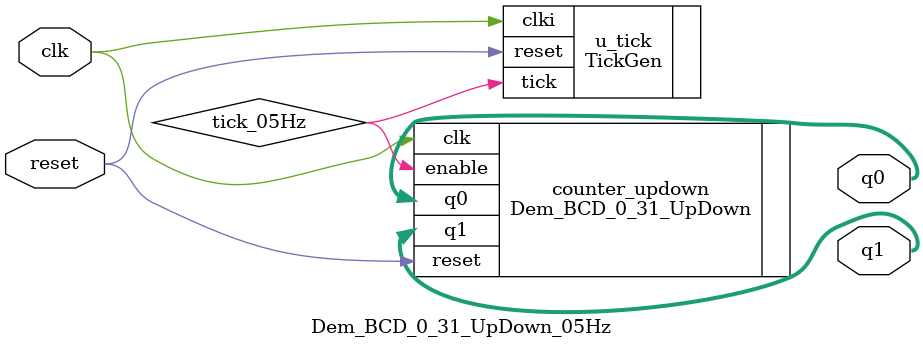
<source format=v>
`timescale 1ns / 1ps
module Dem_BCD_0_31_UpDown_05Hz(
    input wire clk,
    input wire reset,
    output wire [3:0] q1,  // CHUC
    output wire [3:0] q0   // DON VI
    );
	 
	wire tick_05Hz;
	
	TickGen #(25000000) u_tick (.clki(clk), .reset(reset), .tick(tick_05Hz));
	
	Dem_BCD_0_31_UpDown counter_updown (
		.clk(clk),
		.reset(reset),
		.enable(tick_05Hz),
		.q1(q1),
		.q0(q0)
	);
	
endmodule
</source>
